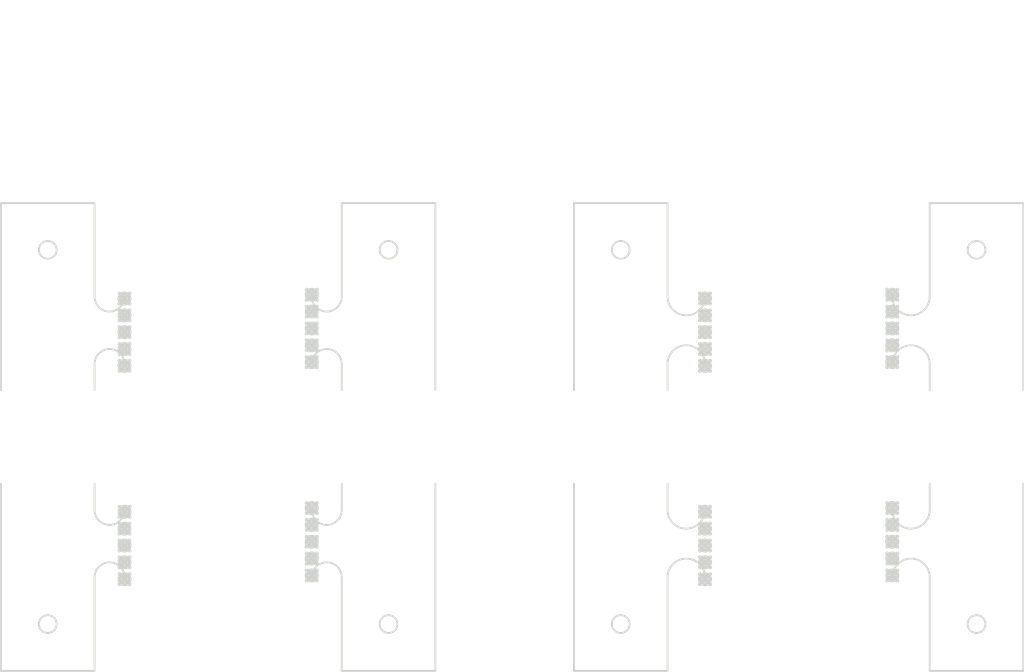
<source format=kicad_pcb>
(kicad_pcb (version 20171130) (host pcbnew "(5.1.6-0-10_14)")

  (general
    (thickness 1.6)
    (drawings 133)
    (tracks 0)
    (zones 0)
    (modules 0)
    (nets 1)
  )

  (page A4)
  (layers
    (0 F.Cu signal)
    (31 B.Cu signal)
    (32 B.Adhes user)
    (33 F.Adhes user)
    (34 B.Paste user)
    (35 F.Paste user)
    (36 B.SilkS user)
    (37 F.SilkS user)
    (38 B.Mask user)
    (39 F.Mask user)
    (40 Dwgs.User user)
    (41 Cmts.User user)
    (42 Eco1.User user)
    (43 Eco2.User user)
    (44 Edge.Cuts user)
    (45 Margin user)
    (46 B.CrtYd user)
    (47 F.CrtYd user)
    (48 B.Fab user)
    (49 F.Fab user)
  )

  (setup
    (last_trace_width 0.25)
    (user_trace_width 0.508)
    (user_trace_width 1.016)
    (user_trace_width 0.508)
    (user_trace_width 1.016)
    (user_trace_width 0.508)
    (user_trace_width 1.016)
    (user_trace_width 1.524)
    (user_trace_width 2.54)
    (user_trace_width 0.508)
    (user_trace_width 1.016)
    (user_trace_width 1.524)
    (user_trace_width 2.54)
    (user_trace_width 0.381)
    (user_trace_width 0.508)
    (user_trace_width 0.762)
    (user_trace_width 1.27)
    (user_trace_width 2.54)
    (user_trace_width 0.381)
    (user_trace_width 0.508)
    (user_trace_width 0.762)
    (user_trace_width 1.27)
    (user_trace_width 2.54)
    (user_trace_width 0.508)
    (user_trace_width 1.016)
    (user_trace_width 1.524)
    (user_trace_width 2.54)
    (user_trace_width 0.381)
    (user_trace_width 0.508)
    (user_trace_width 0.762)
    (user_trace_width 1.27)
    (user_trace_width 2.54)
    (user_trace_width 0.508)
    (user_trace_width 1.016)
    (user_trace_width 1.524)
    (user_trace_width 2.54)
    (user_trace_width 0.508)
    (user_trace_width 1.016)
    (user_trace_width 1.524)
    (user_trace_width 2.54)
    (user_trace_width 0.508)
    (user_trace_width 1.016)
    (user_trace_width 1.524)
    (user_trace_width 2.54)
    (user_trace_width 0.381)
    (user_trace_width 0.508)
    (user_trace_width 0.762)
    (user_trace_width 1.27)
    (user_trace_width 2.54)
    (user_trace_width 0.381)
    (user_trace_width 0.508)
    (user_trace_width 0.762)
    (user_trace_width 1.27)
    (user_trace_width 2.54)
    (user_trace_width 0.508)
    (user_trace_width 1.016)
    (user_trace_width 1.524)
    (user_trace_width 2.54)
    (user_trace_width 0.381)
    (user_trace_width 0.508)
    (user_trace_width 0.762)
    (user_trace_width 1.27)
    (user_trace_width 2.54)
    (user_trace_width 0.508)
    (user_trace_width 1.016)
    (user_trace_width 1.524)
    (user_trace_width 2.54)
    (trace_clearance 0.2)
    (zone_clearance 0.508)
    (zone_45_only no)
    (trace_min 0.2)
    (via_size 0.8)
    (via_drill 0.4)
    (via_min_size 0.4)
    (via_min_drill 0.3)
    (user_via 0.508 0.4)
    (user_via 1.016 0.4)
    (user_via 1.524 0.4)
    (user_via 2.54 0.4)
    (user_via 0.508 0.4)
    (user_via 1.016 0.4)
    (user_via 1.524 0.4)
    (user_via 2.54 0.4)
    (user_via 0.508 0.4)
    (user_via 1.016 0.4)
    (user_via 1.524 0.4)
    (user_via 2.54 0.4)
    (user_via 0.508 0.4)
    (user_via 1.016 0.4)
    (user_via 1.524 0.4)
    (user_via 2.54 0.4)
    (user_via 0.508 0.4)
    (user_via 1.016 0.4)
    (user_via 1.524 0.4)
    (user_via 2.54 0.4)
    (user_via 0.508 0.4)
    (user_via 1.016 0.4)
    (user_via 1.524 0.4)
    (user_via 2.54 0.4)
    (user_via 0.508 0.4)
    (user_via 1.016 0.4)
    (user_via 1.524 0.4)
    (user_via 2.54 0.4)
    (user_via 0.508 0.4)
    (user_via 1.016 0.4)
    (user_via 1.524 0.4)
    (user_via 2.54 0.4)
    (uvia_size 0.3)
    (uvia_drill 0.1)
    (uvias_allowed no)
    (uvia_min_size 0.2)
    (uvia_min_drill 0.1)
    (edge_width 0.1)
    (segment_width 0.2)
    (pcb_text_width 0.3)
    (pcb_text_size 1.5 1.5)
    (mod_edge_width 0.15)
    (mod_text_size 1 1)
    (mod_text_width 0.15)
    (pad_size 1.7 1.7)
    (pad_drill 1)
    (pad_to_mask_clearance 0)
    (aux_axis_origin 0 0)
    (grid_origin 0.5 0.5)
    (visible_elements FFFFFF7F)
    (pcbplotparams
      (layerselection 0x010fc_ffffffff)
      (usegerberextensions true)
      (usegerberattributes false)
      (usegerberadvancedattributes false)
      (creategerberjobfile false)
      (excludeedgelayer true)
      (linewidth 0.100000)
      (plotframeref false)
      (viasonmask false)
      (mode 1)
      (useauxorigin false)
      (hpglpennumber 1)
      (hpglpenspeed 20)
      (hpglpendiameter 15.000000)
      (psnegative false)
      (psa4output false)
      (plotreference true)
      (plotvalue true)
      (plotinvisibletext false)
      (padsonsilk false)
      (subtractmaskfromsilk false)
      (outputformat 1)
      (mirror false)
      (drillshape 0)
      (scaleselection 1)
      (outputdirectory ""))
  )

  (net 0 "")

  (net_class Default "This is the default net class."
    (clearance 0.2)
    (trace_width 0.25)
    (via_dia 0.8)
    (via_drill 0.4)
    (uvia_dia 0.3)
    (uvia_drill 0.1)
  )

  (gr_text "Large : easier to paste\nSmall : cheaper" (at 91 40.8) (layer Dwgs.User) (tstamp 61381184)
    (effects (font (size 1 1) (thickness 0.15)))
  )
  (gr_text "GAP\n2.0mm" (at 106.9 47.3) (layer Dwgs.User) (tstamp 6138103D)
    (effects (font (size 1 1) (thickness 0.15)))
  )
  (gr_circle (center 97.5 52.5) (end 97.7375 52.5) (layer F.Paste) (width 0.475) (tstamp 6138103C))
  (gr_arc (start 101 55) (end 100 55) (angle -180) (layer Edge.Cuts) (width 0.1) (tstamp 6138103B))
  (gr_arc (start 101 58.6) (end 102 58.6) (angle -180) (layer Edge.Cuts) (width 0.1) (tstamp 6138103A))
  (target x (at 102 58.7) (size 0.55) (width 0.2) (layer Edge.Cuts) (tstamp 61381039))
  (target x (at 102 56) (size 0.55) (width 0.2) (layer Edge.Cuts) (tstamp 61381038))
  (target x (at 102 55.1) (size 0.55) (width 0.2) (layer Edge.Cuts) (tstamp 61381037))
  (target x (at 102 56.9) (size 0.55) (width 0.2) (layer Edge.Cuts) (tstamp 61381036))
  (target x (at 102 57.8) (size 0.55) (width 0.2) (layer Edge.Cuts) (tstamp 61381035))
  (gr_line (start 100 50) (end 100 55) (layer Edge.Cuts) (width 0.1) (tstamp 61381034))
  (gr_line (start 100 58.6) (end 100 60) (layer Edge.Cuts) (width 0.1) (tstamp 61381033))
  (gr_line (start 100 50) (end 95 50) (layer Edge.Cuts) (width 0.1) (tstamp 61381032))
  (gr_line (start 95 50) (end 95 60) (layer Edge.Cuts) (width 0.1) (tstamp 61381031))
  (gr_text 5mm (at 97.7 48.1) (layer Dwgs.User) (tstamp 61381030)
    (effects (font (size 1 1) (thickness 0.15)))
  )
  (gr_circle (center 97.5 52.5) (end 97.9 52.5) (layer F.Mask) (width 0.475) (tstamp 6138102F))
  (gr_circle (center 97.5 52.5) (end 97.975 52.5) (layer Edge.Cuts) (width 0.1) (tstamp 6138102E))
  (gr_circle (center 116.5 52.5) (end 116.975 52.5) (layer Edge.Cuts) (width 0.1) (tstamp 6138102D))
  (gr_circle (center 116.5 52.5) (end 116.9 52.5) (layer F.Mask) (width 0.475) (tstamp 6138102C))
  (target x (at 112 55.8) (size 0.55) (width 0.2) (layer Edge.Cuts) (tstamp 6138102B))
  (gr_line (start 114 50) (end 114 55) (layer Edge.Cuts) (width 0.1) (tstamp 6138102A))
  (gr_line (start 119 50) (end 114 50) (layer Edge.Cuts) (width 0.1) (tstamp 61381029))
  (target x (at 112 56.7) (size 0.55) (width 0.2) (layer Edge.Cuts) (tstamp 61381028))
  (target x (at 112 58.5) (size 0.55) (width 0.2) (layer Edge.Cuts) (tstamp 61381027))
  (gr_line (start 114 58.6) (end 114 60) (layer Edge.Cuts) (width 0.1) (tstamp 61381026))
  (gr_line (start 119 50) (end 119 60) (layer Edge.Cuts) (width 0.1) (tstamp 61381025))
  (target x (at 112 57.6) (size 0.55) (width 0.2) (layer Edge.Cuts) (tstamp 61381024))
  (gr_arc (start 113 55) (end 112 55) (angle -180) (layer Edge.Cuts) (width 0.1) (tstamp 61381023))
  (gr_arc (start 113 58.6) (end 114 58.6) (angle -180) (layer Edge.Cuts) (width 0.1) (tstamp 61381022))
  (gr_circle (center 116.5 52.5) (end 116.7375 52.5) (layer F.Paste) (width 0.475) (tstamp 61381021))
  (gr_line (start 102 50) (end 102 60) (layer Dwgs.User) (width 0.15) (tstamp 61381020))
  (gr_line (start 102 60) (end 112 60) (layer Dwgs.User) (width 0.15) (tstamp 6138101F))
  (target x (at 112 54.9) (size 0.55) (width 0.2) (layer Edge.Cuts) (tstamp 6138101E))
  (gr_line (start 112 60) (end 112 50) (layer Dwgs.User) (width 0.15) (tstamp 6138101D))
  (gr_line (start 112 50) (end 102 50) (layer Dwgs.User) (width 0.15) (tstamp 6138101C))
  (gr_line (start 112 75) (end 112 65) (layer Dwgs.User) (width 0.15) (tstamp 6138101B))
  (gr_line (start 112 65) (end 102 65) (layer Dwgs.User) (width 0.15) (tstamp 6138101A))
  (gr_line (start 102 75) (end 112 75) (layer Dwgs.User) (width 0.15) (tstamp 61381019))
  (target x (at 102 70.1) (size 0.55) (width 0.2) (layer Edge.Cuts) (tstamp 61381018))
  (target x (at 102 67.4) (size 0.55) (width 0.2) (layer Edge.Cuts) (tstamp 61381017))
  (gr_circle (center 97.5 72.5) (end 97.7375 72.5) (layer F.Paste) (width 0.475) (tstamp 61381016))
  (target x (at 102 69.2) (size 0.55) (width 0.2) (layer Edge.Cuts) (tstamp 61381015))
  (target x (at 112 67.2) (size 0.55) (width 0.2) (layer Edge.Cuts) (tstamp 61381014))
  (target x (at 112 68.1) (size 0.55) (width 0.2) (layer Edge.Cuts) (tstamp 61381013))
  (gr_arc (start 101 66.4) (end 100 66.4) (angle -180) (layer Edge.Cuts) (width 0.1) (tstamp 61381012))
  (gr_arc (start 101 70) (end 102 70) (angle -180) (layer Edge.Cuts) (width 0.1) (tstamp 61381011))
  (gr_line (start 95 75) (end 95 65) (layer Edge.Cuts) (width 0.1) (tstamp 61381010))
  (gr_line (start 100 66.4) (end 100 65) (layer Edge.Cuts) (width 0.1) (tstamp 6138100F))
  (gr_line (start 95 75) (end 100 75) (layer Edge.Cuts) (width 0.1) (tstamp 6138100E))
  (gr_line (start 100 75) (end 100 70) (layer Edge.Cuts) (width 0.1) (tstamp 6138100D))
  (gr_circle (center 97.5 72.5) (end 97.9 72.5) (layer F.Mask) (width 0.475) (tstamp 6138100C))
  (gr_circle (center 97.5 72.5) (end 97.975 72.5) (layer Edge.Cuts) (width 0.1) (tstamp 6138100B))
  (gr_circle (center 116.5 72.5) (end 116.975 72.5) (layer Edge.Cuts) (width 0.1) (tstamp 6138100A))
  (gr_circle (center 116.5 72.5) (end 116.9 72.5) (layer F.Mask) (width 0.475) (tstamp 61381009))
  (gr_line (start 119 75) (end 119 65) (layer Edge.Cuts) (width 0.1) (tstamp 61381008))
  (gr_line (start 114 75) (end 119 75) (layer Edge.Cuts) (width 0.1) (tstamp 61381007))
  (gr_line (start 114 66.4) (end 114 65) (layer Edge.Cuts) (width 0.1) (tstamp 61381006))
  (gr_line (start 114 75) (end 114 70) (layer Edge.Cuts) (width 0.1) (tstamp 61381005))
  (gr_arc (start 113 66.4) (end 112 66.4) (angle -180) (layer Edge.Cuts) (width 0.1) (tstamp 61381004))
  (gr_arc (start 113 70) (end 114 70) (angle -180) (layer Edge.Cuts) (width 0.1) (tstamp 61381003))
  (gr_circle (center 116.5 72.5) (end 116.7375 72.5) (layer F.Paste) (width 0.475) (tstamp 61381002))
  (target x (at 102 66.5) (size 0.55) (width 0.2) (layer Edge.Cuts) (tstamp 61381001))
  (target x (at 102 68.3) (size 0.55) (width 0.2) (layer Edge.Cuts) (tstamp 61381000))
  (target x (at 112 69.9) (size 0.55) (width 0.2) (layer Edge.Cuts) (tstamp 61380FFF))
  (gr_line (start 102 65) (end 102 75) (layer Dwgs.User) (width 0.15) (tstamp 61380FFE))
  (target x (at 112 69) (size 0.55) (width 0.2) (layer Edge.Cuts) (tstamp 61380FFD))
  (target x (at 112 66.3) (size 0.55) (width 0.2) (layer Edge.Cuts) (tstamp 61380FFC))
  (gr_line (start 71 65) (end 71 75) (layer Dwgs.User) (width 0.15) (tstamp 612FDE4A))
  (gr_circle (center 85.1 72.5) (end 84.8625 72.5) (layer F.Paste) (width 0.475) (tstamp 612FDE49))
  (gr_arc (start 81.8 70) (end 82.6 70) (angle -180) (layer Edge.Cuts) (width 0.1) (tstamp 612FDE48))
  (gr_arc (start 81.8 66.4) (end 81 66.4) (angle -180) (layer Edge.Cuts) (width 0.1) (tstamp 612FDE47))
  (target x (at 81 66.3) (size 0.55) (width 0.2) (layer Edge.Cuts) (tstamp 612FDE46))
  (target x (at 81 69) (size 0.55) (width 0.2) (layer Edge.Cuts) (tstamp 612FDE45))
  (target x (at 81 69.9) (size 0.55) (width 0.2) (layer Edge.Cuts) (tstamp 612FDE44))
  (gr_line (start 82.6 75) (end 82.6 70) (layer Edge.Cuts) (width 0.1) (tstamp 612FDE43))
  (gr_line (start 82.6 66.4) (end 82.6 65) (layer Edge.Cuts) (width 0.1) (tstamp 612FDE42))
  (gr_line (start 82.6 75) (end 87.6 75) (layer Edge.Cuts) (width 0.1) (tstamp 612FDE41))
  (gr_line (start 87.6 75) (end 87.6 65) (layer Edge.Cuts) (width 0.1) (tstamp 612FDE40))
  (gr_circle (center 85.1 72.5) (end 84.7 72.5) (layer F.Mask) (width 0.475) (tstamp 612FDE3F))
  (gr_circle (center 85.1 72.5) (end 84.625 72.5) (layer Edge.Cuts) (width 0.1) (tstamp 612FDE3E))
  (gr_circle (center 66.9 72.5) (end 66.425 72.5) (layer Edge.Cuts) (width 0.1) (tstamp 612FDE3D))
  (gr_circle (center 66.9 72.5) (end 66.5 72.5) (layer F.Mask) (width 0.475) (tstamp 612FDE3C))
  (gr_line (start 69.4 75) (end 69.4 70) (layer Edge.Cuts) (width 0.1) (tstamp 612FDE3B))
  (gr_line (start 64.4 75) (end 69.4 75) (layer Edge.Cuts) (width 0.1) (tstamp 612FDE3A))
  (gr_line (start 69.4 66.4) (end 69.4 65) (layer Edge.Cuts) (width 0.1) (tstamp 612FDE39))
  (target x (at 71 68.3) (size 0.55) (width 0.2) (layer Edge.Cuts) (tstamp 612FDE38))
  (target x (at 71 66.5) (size 0.55) (width 0.2) (layer Edge.Cuts) (tstamp 612FDE37))
  (gr_line (start 64.4 75) (end 64.4 65) (layer Edge.Cuts) (width 0.1) (tstamp 612FDE36))
  (gr_arc (start 70.2 70) (end 71 70) (angle -180) (layer Edge.Cuts) (width 0.1) (tstamp 612FDE35))
  (gr_arc (start 70.2 66.4) (end 69.4 66.4) (angle -180) (layer Edge.Cuts) (width 0.1) (tstamp 612FDE34))
  (target x (at 81 68.1) (size 0.55) (width 0.2) (layer Edge.Cuts) (tstamp 612FDE33))
  (target x (at 81 67.2) (size 0.55) (width 0.2) (layer Edge.Cuts) (tstamp 612FDE32))
  (target x (at 71 69.2) (size 0.55) (width 0.2) (layer Edge.Cuts) (tstamp 612FDE31))
  (gr_circle (center 66.9 72.5) (end 66.6625 72.5) (layer F.Paste) (width 0.475) (tstamp 612FDE30))
  (target x (at 71 67.4) (size 0.55) (width 0.2) (layer Edge.Cuts) (tstamp 612FDE2F))
  (target x (at 71 70.1) (size 0.55) (width 0.2) (layer Edge.Cuts) (tstamp 612FDE2E))
  (gr_line (start 71 75) (end 81 75) (layer Dwgs.User) (width 0.15) (tstamp 612FDE2D))
  (gr_line (start 81 65) (end 71 65) (layer Dwgs.User) (width 0.15) (tstamp 612FDE2C))
  (gr_line (start 81 75) (end 81 65) (layer Dwgs.User) (width 0.15) (tstamp 612FDE2B))
  (gr_line (start 81 50) (end 71 50) (layer Dwgs.User) (width 0.15) (tstamp 612FDD56))
  (gr_line (start 81 60) (end 81 50) (layer Dwgs.User) (width 0.15))
  (gr_line (start 71 60) (end 81 60) (layer Dwgs.User) (width 0.15))
  (gr_line (start 71 50) (end 71 60) (layer Dwgs.User) (width 0.15))
  (gr_circle (center 85.1 52.5) (end 85.3375 52.5) (layer F.Paste) (width 0.475) (tstamp 612FDD4A))
  (gr_arc (start 81.8 58.6) (end 82.6 58.6) (angle -180) (layer Edge.Cuts) (width 0.1) (tstamp 612FDD44))
  (gr_arc (start 81.8 55) (end 81 55) (angle -180) (layer Edge.Cuts) (width 0.1) (tstamp 612FDD41))
  (target x (at 81 54.9) (size 0.55) (width 0.2) (layer Edge.Cuts) (tstamp 612FDD50))
  (target x (at 81 57.6) (size 0.55) (width 0.2) (layer Edge.Cuts) (tstamp 612FDD4D))
  (gr_line (start 87.6 50) (end 87.6 60) (layer Edge.Cuts) (width 0.1) (tstamp 612FDD3E))
  (gr_line (start 82.6 58.6) (end 82.6 60) (layer Edge.Cuts) (width 0.1) (tstamp 612FDD35))
  (target x (at 81 58.5) (size 0.55) (width 0.2) (layer Edge.Cuts) (tstamp 612FDD3B))
  (target x (at 81 56.7) (size 0.55) (width 0.2) (layer Edge.Cuts) (tstamp 612FDD38))
  (gr_line (start 87.6 50) (end 82.6 50) (layer Edge.Cuts) (width 0.1) (tstamp 612FDD32))
  (gr_line (start 82.6 50) (end 82.6 55) (layer Edge.Cuts) (width 0.1) (tstamp 612FDD2F))
  (target x (at 81 55.8) (size 0.55) (width 0.2) (layer Edge.Cuts) (tstamp 612FDD47))
  (gr_circle (center 85.1 52.5) (end 85.5 52.5) (layer F.Mask) (width 0.475) (tstamp 612FDD2C))
  (gr_circle (center 85.1 52.5) (end 85.575 52.5) (layer Edge.Cuts) (width 0.1) (tstamp 612FDD29))
  (gr_circle (center 66.9 52.5) (end 67.375 52.5) (layer Edge.Cuts) (width 0.1) (tstamp 612FDDB4))
  (gr_circle (center 66.9 52.5) (end 67.3 52.5) (layer F.Mask) (width 0.475) (tstamp 612FDDB1))
  (gr_text 5mm (at 66.8 48.4) (layer Dwgs.User) (tstamp 60DA928D)
    (effects (font (size 1 1) (thickness 0.15)))
  )
  (gr_line (start 64.4 50) (end 64.4 60) (layer Edge.Cuts) (width 0.1) (tstamp 612FDDAE))
  (gr_line (start 69.4 50) (end 64.4 50) (layer Edge.Cuts) (width 0.1) (tstamp 612FDDAB))
  (gr_line (start 69.4 58.6) (end 69.4 60) (layer Edge.Cuts) (width 0.1) (tstamp 612FDDA8))
  (gr_line (start 69.4 50) (end 69.4 55) (layer Edge.Cuts) (width 0.1) (tstamp 612FDDA5))
  (target x (at 71 57.8) (size 0.55) (width 0.2) (layer Edge.Cuts) (tstamp 612FDDBA))
  (target x (at 71 56.9) (size 0.55) (width 0.2) (layer Edge.Cuts) (tstamp 612FDDB7))
  (target x (at 71 55.1) (size 0.55) (width 0.2) (layer Edge.Cuts) (tstamp 612FDDA2))
  (target x (at 71 56) (size 0.55) (width 0.2) (layer Edge.Cuts) (tstamp 612FDD9F))
  (target x (at 71 58.7) (size 0.55) (width 0.2) (layer Edge.Cuts) (tstamp 612FDD9C))
  (gr_arc (start 70.2 58.6) (end 71 58.6) (angle -180) (layer Edge.Cuts) (width 0.1) (tstamp 612FDD99))
  (gr_arc (start 70.2 55) (end 69.4 55) (angle -180) (layer Edge.Cuts) (width 0.1) (tstamp 612FDD96))
  (gr_circle (center 66.9 52.5) (end 67.1375 52.5) (layer F.Paste) (width 0.475) (tstamp 612FDD93))
  (gr_text "GAP\n1.6mm(minimum)" (at 78 47.5) (layer Dwgs.User) (tstamp 612FDD26)
    (effects (font (size 1 1) (thickness 0.15)))
  )

)

</source>
